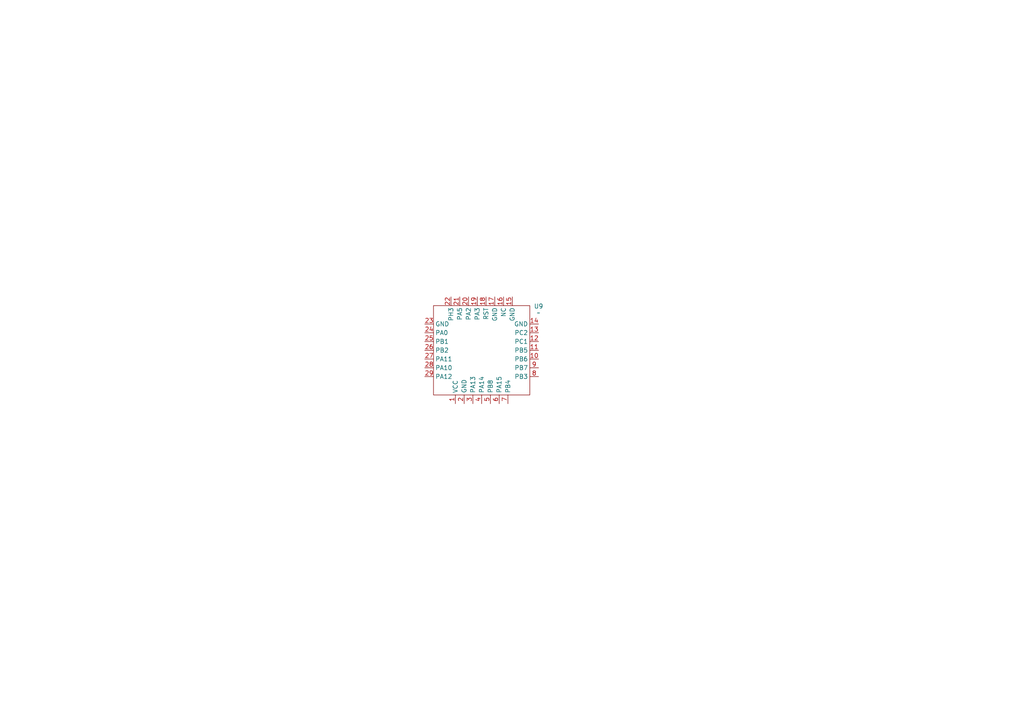
<source format=kicad_sch>
(kicad_sch (version 20250114) (generator "eeschema") (generator_version "9.0")
  (paper "A4")
  (title_block (title "Training Academy Board ") (date "2025-09-11") (rev "1.0") (company "Sapienza Rocket Team"))
  (lib_symbols
    (symbol "rc-wle5:rc-wle5-434"
      (property "Reference" "U" (at -1.27 -1.27 0))
      (symbol "rc-wle5-434_0_1"
        (rectangle (start -13.97 12.954) (end 13.97 -12.954))
      )
      (symbol "rc-wle5-434_1_1"
        (pin input line (at -16.51 7.62 0) (length 2.54) (name "GND") (number "23"))
        (pin input line (at -16.51 5.08 0) (length 2.54) (name "PA0") (number "24"))
        (pin input line (at -16.51 2.54 0) (length 2.54) (name "PB1") (number "25"))
        (pin input line (at -16.51 0 0) (length 2.54) (name "PB2") (number "26"))
        (pin input line (at -16.51 -2.54 0) (length 2.54) (name "PA11") (number "27"))
        (pin input line (at -16.51 -5.08 0) (length 2.54) (name "PA10") (number "28"))
        (pin input line (at -16.51 -7.62 0) (length 2.54) (name "PA12") (number "29"))
        (pin input line (at -8.89 15.494 270) (length 2.54) (name "PH3") (number "22"))
        (pin input line (at -7.62 -15.494 90) (length 2.54) (name "VCC") (number "1"))
        (pin input line (at -6.35 15.494 270) (length 2.54) (name "PA5") (number "21"))
        (pin input line (at -5.08 -15.494 90) (length 2.54) (name "GND") (number "2"))
        (pin input line (at -3.81 15.494 270) (length 2.54) (name "PA2") (number "20"))
        (pin input line (at -2.54 -15.494 90) (length 2.54) (name "PA13") (number "3"))
        (pin input line (at -1.27 15.494 270) (length 2.54) (name "PA3") (number "19"))
        (pin input line (at 0 -15.494 90) (length 2.54) (name "PA14") (number "4"))
        (pin input line (at 1.27 15.494 270) (length 2.54) (name "RST") (number "18"))
        (pin input line (at 2.54 -15.494 90) (length 2.54) (name "PB8") (number "5"))
        (pin input line (at 3.81 15.494 270) (length 2.54) (name "GND") (number "17"))
        (pin input line (at 5.08 -15.494 90) (length 2.54) (name "PA15") (number "6"))
        (pin input line (at 6.35 15.494 270) (length 2.54) (name "NC") (number "16"))
        (pin input line (at 7.62 -15.494 90) (length 2.54) (name "PB4") (number "7"))
        (pin input line (at 8.89 15.494 270) (length 2.54) (name "GND") (number "15"))
        (pin input line (at 16.51 7.62 180) (length 2.54) (name "GND") (number "14"))
        (pin input line (at 16.51 5.08 180) (length 2.54) (name "PC2") (number "13"))
        (pin input line (at 16.51 2.54 180) (length 2.54) (name "PC1") (number "12"))
        (pin input line (at 16.51 0 180) (length 2.54) (name "PB5") (number "11"))
        (pin input line (at 16.51 -2.54 180) (length 2.54) (name "PB6") (number "10"))
        (pin input line (at 16.51 -5.08 180) (length 2.54) (name "PB7") (number "9"))
        (pin input line (at 16.51 -7.62 180) (length 2.54) (name "PB3") (number "8"))
      )
    )
  )
  (symbol (lib_id "rc-wle5:rc-wle5-434") (at 139.7 101.6 0) (unit 1)
    (property "Reference" "U9" (at 156.21 88.8298 0))
    (property "Value" "~" (at 156.21 90.7349 0))
  )
)
</source>
